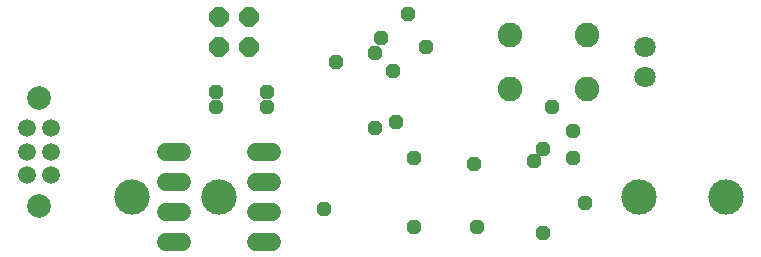
<source format=gbs>
G75*
G70*
%OFA0B0*%
%FSLAX24Y24*%
%IPPOS*%
%LPD*%
%AMOC8*
5,1,8,0,0,1.08239X$1,22.5*
%
%ADD10C,0.0710*%
%ADD11C,0.0820*%
%ADD12C,0.0595*%
%ADD13C,0.0789*%
%ADD14C,0.1175*%
%ADD15C,0.0600*%
%ADD16OC8,0.0640*%
%ADD17OC8,0.0480*%
D10*
X023100Y007199D03*
X023100Y008199D03*
D11*
X021168Y008589D03*
X018608Y008589D03*
X018608Y006809D03*
X021168Y006809D03*
D12*
X003281Y005487D03*
X002494Y005487D03*
X002494Y004699D03*
X003281Y004699D03*
X003281Y003912D03*
X002494Y003912D03*
D13*
X002888Y002888D03*
X002888Y006510D03*
D14*
X005988Y003199D03*
X008888Y003199D03*
X022888Y003199D03*
X025788Y003199D03*
D15*
X010648Y002699D02*
X010128Y002699D01*
X010128Y001699D02*
X010648Y001699D01*
X007648Y001699D02*
X007128Y001699D01*
X007128Y002699D02*
X007648Y002699D01*
X007648Y003699D02*
X007128Y003699D01*
X007128Y004699D02*
X007648Y004699D01*
X010128Y004699D02*
X010648Y004699D01*
X010648Y003699D02*
X010128Y003699D01*
D16*
X009888Y008199D03*
X008888Y008199D03*
X008888Y009199D03*
X009888Y009199D03*
D17*
X012788Y007699D03*
X014088Y007999D03*
X014288Y008499D03*
X015788Y008199D03*
X014688Y007399D03*
X010488Y006699D03*
X010488Y006199D03*
X008788Y006199D03*
X008788Y006699D03*
X014088Y005499D03*
X014788Y005699D03*
X015388Y004499D03*
X017388Y004299D03*
X019388Y004399D03*
X019688Y004799D03*
X020688Y004499D03*
X020688Y005399D03*
X019988Y006199D03*
X015188Y009299D03*
X021088Y002999D03*
X019688Y001999D03*
X017488Y002199D03*
X015388Y002199D03*
X012388Y002799D03*
M02*

</source>
